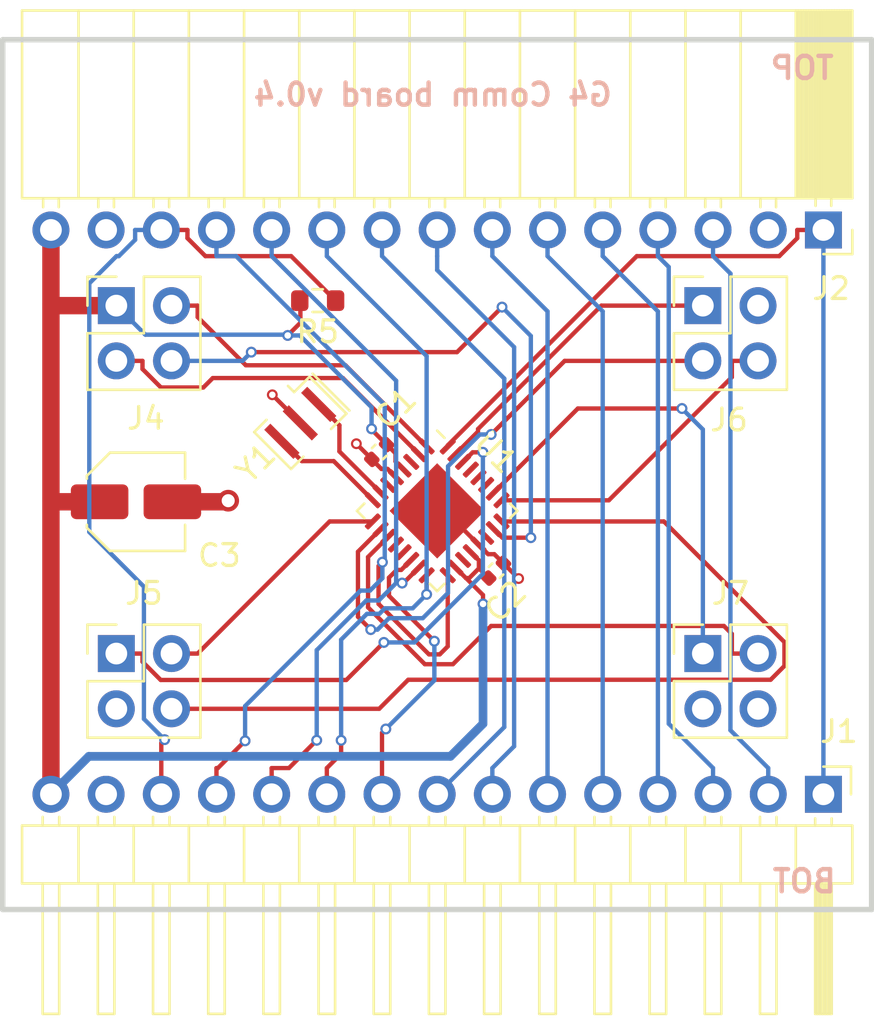
<source format=kicad_pcb>
(kicad_pcb (version 20221018) (generator pcbnew)
  (layers (0 "F.Cu" signal) (1 "In1.Cu" signal) (2 "In2.Cu" signal) (31 "B.Cu" signal) (34 "B.Paste" user) (35 "F.Paste" user) (36 "B.SilkS" user "B.Silkscreen") (37 "F.SilkS" user "F.Silkscreen") (38 "B.Mask" user) (39 "F.Mask" user) (44 "Edge.Cuts" user))
  (net 0 "")
  (net 1 "+5V")
  (net 2 "/B0_CS0")
  (net 3 "/B0_CS1")
  (net 4 "/B0_CS2")
  (net 5 "/B0_CS3")
  (net 6 "/B0_CS4")
  (net 7 "/B0_CS5")
  (net 8 "/B0_CS6")
  (net 9 "/B0_CS7")
  (net 10 "/B0_MISO")
  (net 11 "/B0_MOSI")
  (net 12 "/B0_SCK")
  (net 13 "/B1_CS0")
  (net 14 "/B1_CS1")
  (net 15 "/B1_CS2")
  (net 16 "/B1_CS3")
  (net 17 "/B1_MISO")
  (net 18 "/B1_MOSI")
  (net 19 "/B1_SCK")
  (net 20 "/EXT_INT0")
  (net 21 "/RESET_DRV0")
  (net 22 "/RESET_DRV1")
  (net 23 "/RESET_DRV2")
  (net 24 "/RESET_DRV3")
  (net 25 "/RESET_MSTR")
  (net 26 "/XTAL1")
  (net 27 "/XTAL2")
  (net 28 "GND")
  (footprint "Connector_PinSocket_2.54mm:PinSocket_2x02_P2.54mm_Vertical" (layer "F.Cu") (at 57.77 62.23)
    (fp_text reference "J4" (at -1.1788 5.1816) (layer "F.SilkS"))
    (fp_text value "2x2 socket")
    (pad "1" thru_hole rect (at -2.54 0) (size 1.7 1.7) (drill 1) (layers "*.Cu" "*.Mask") (net 1 "+5V"))
    (pad "2" thru_hole oval (at 0 0) (size 1.7 1.7) (drill 1) (layers "*.Cu" "*.Mask") (net 13 "/B1_CS0"))
    (pad "3" thru_hole oval (at -2.54 2.54) (size 1.7 1.7) (drill 1) (layers "*.Cu" "*.Mask") (net 19 "/B1_SCK"))
    (pad "4" thru_hole oval (at 0 2.54) (size 1.7 1.7) (drill 1) (layers "*.Cu" "*.Mask") (net 21 "/RESET_DRV0"))
  )
  (footprint "Connector_PinSocket_2.54mm:PinSocket_2x02_P2.54mm_Vertical" (layer "F.Cu") (at 84.77 62.23)
    (fp_text reference "J6" (at -1.331 5.2578) (layer "F.SilkS"))
    (fp_text value "2x2 socket")
    (pad "1" thru_hole rect (at -2.54 0) (size 1.7 1.7) (drill 1) (layers "*.Cu" "*.Mask") (net 18 "/B1_MOSI"))
    (pad "2" thru_hole oval (at 0 0) (size 1.7 1.7) (drill 1) (layers "*.Cu" "*.Mask"))
    (pad "3" thru_hole oval (at -2.54 2.54) (size 1.7 1.7) (drill 1) (layers "*.Cu" "*.Mask") (net 15 "/B1_CS2"))
    (pad "4" thru_hole oval (at 0 2.54) (size 1.7 1.7) (drill 1) (layers "*.Cu" "*.Mask") (net 23 "/RESET_DRV2"))
  )
  (footprint "Connector_PinSocket_2.54mm:PinSocket_2x02_P2.54mm_Vertical" (layer "F.Cu") (at 57.77 78.23)
    (fp_text reference "J5" (at -1.27 -2.77) (layer "F.SilkS"))
    (fp_text value "2x2 socket")
    (pad "1" thru_hole rect (at -2.54 0) (size 1.7 1.7) (drill 1) (layers "*.Cu" "*.Mask") (net 17 "/B1_MISO"))
    (pad "2" thru_hole oval (at 0 0) (size 1.7 1.7) (drill 1) (layers "*.Cu" "*.Mask") (net 14 "/B1_CS1"))
    (pad "3" thru_hole oval (at -2.54 2.54) (size 1.7 1.7) (drill 1) (layers "*.Cu" "*.Mask"))
    (pad "4" thru_hole oval (at 0 2.54) (size 1.7 1.7) (drill 1) (layers "*.Cu" "*.Mask") (net 22 "/RESET_DRV1"))
  )
  (footprint "Connector_PinSocket_2.54mm:PinSocket_2x02_P2.54mm_Vertical" (layer "F.Cu") (at 84.77 78.23)
    (fp_text reference "J7" (at -1.27 -2.77) (layer "F.SilkS"))
    (fp_text value "2x2 socket")
    (pad "1" thru_hole rect (at -2.54 0) (size 1.7 1.7) (drill 1) (layers "*.Cu" "*.Mask") (net 24 "/RESET_DRV3"))
    (pad "2" thru_hole oval (at 0 0) (size 1.7 1.7) (drill 1) (layers "*.Cu" "*.Mask") (net 16 "/B1_CS3"))
    (pad "3" thru_hole oval (at -2.54 2.54) (size 1.7 1.7) (drill 1) (layers "*.Cu" "*.Mask") (net 28 "GND"))
    (pad "4" thru_hole oval (at 0 2.54) (size 1.7 1.7) (drill 1) (layers "*.Cu" "*.Mask"))
  )
  (footprint "Resistor_SMD:R_0603_1608Metric" (layer "F.Cu") (at 64.5 62 180)
    (fp_text reference "R5" (at 0 -1.43) (layer "F.SilkS"))
    (fp_text value "4.7k")
    (pad "1" smd roundrect (at -0.825 0 180) (size 0.8 0.95) (layers "F.Cu" "F.Paste" "F.Mask") (net 25 "/RESET_MSTR"))
    (pad "2" smd roundrect (at 0.825 0 180) (size 0.8 0.95) (layers "F.Cu" "F.Paste" "F.Mask") (net 1 "+5V"))
  )
  (footprint "Connector_PinHeader_2.54mm:PinHeader_1x15_P2.54mm_Horizontal" (layer "F.Cu") (at 87.78 84.7 -90)
    (fp_text reference "J1" (at -2.8866 -0.7136) (layer "F.SilkS"))
    (fp_text value "1x15 header")
    (pad "1" thru_hole rect (at 0 0 270) (size 1.7 1.7) (drill 1) (layers "*.Cu" "*.Mask") (net 20 "/EXT_INT0"))
    (pad "2" thru_hole oval (at 0 2.54 270) (size 1.7 1.7) (drill 1) (layers "*.Cu" "*.Mask") (net 9 "/B0_CS7"))
    (pad "3" thru_hole oval (at 0 5.08 270) (size 1.7 1.7) (drill 1) (layers "*.Cu" "*.Mask") (net 8 "/B0_CS6"))
    (pad "4" thru_hole oval (at 0 7.62 270) (size 1.7 1.7) (drill 1) (layers "*.Cu" "*.Mask") (net 7 "/B0_CS5"))
    (pad "5" thru_hole oval (at 0 10.16 270) (size 1.7 1.7) (drill 1) (layers "*.Cu" "*.Mask") (net 6 "/B0_CS4"))
    (pad "6" thru_hole oval (at 0 12.7 270) (size 1.7 1.7) (drill 1) (layers "*.Cu" "*.Mask") (net 5 "/B0_CS3"))
    (pad "7" thru_hole oval (at 0 15.24 270) (size 1.7 1.7) (drill 1) (layers "*.Cu" "*.Mask") (net 4 "/B0_CS2"))
    (pad "8" thru_hole oval (at 0 17.78 270) (size 1.7 1.7) (drill 1) (layers "*.Cu" "*.Mask") (net 3 "/B0_CS1"))
    (pad "9" thru_hole oval (at 0 20.32 270) (size 1.7 1.7) (drill 1) (layers "*.Cu" "*.Mask") (net 2 "/B0_CS0"))
    (pad "10" thru_hole oval (at 0 22.86 270) (size 1.7 1.7) (drill 1) (layers "*.Cu" "*.Mask") (net 10 "/B0_MISO"))
    (pad "11" thru_hole oval (at 0 25.4 270) (size 1.7 1.7) (drill 1) (layers "*.Cu" "*.Mask") (net 11 "/B0_MOSI"))
    (pad "12" thru_hole oval (at 0 27.94 270) (size 1.7 1.7) (drill 1) (layers "*.Cu" "*.Mask") (net 12 "/B0_SCK"))
    (pad "13" thru_hole oval (at 0 30.48 270) (size 1.7 1.7) (drill 1) (layers "*.Cu" "*.Mask") (net 25 "/RESET_MSTR"))
    (pad "14" thru_hole oval (at 0 33.02 270) (size 1.7 1.7) (drill 1) (layers "*.Cu" "*.Mask") (net 28 "GND"))
    (pad "15" thru_hole oval (at 0 35.56 270) (size 1.7 1.7) (drill 1) (layers "*.Cu" "*.Mask") (net 1 "+5V"))
  )
  (footprint "Capacitor_SMD:C_0402_1005Metric" (layer "F.Cu") (at 72.7106 74.4194 45)
    (fp_text reference "C2" (at -0.693798 1.315219 45) (layer "F.SilkS"))
    (fp_text value "1uF")
    (pad "1" smd roundrect (at -0.48 0 45) (size 0.56 0.62) (layers "F.Cu" "F.Paste" "F.Mask") (net 1 "+5V"))
    (pad "2" smd roundrect (at 0.48 0 45) (size 0.56 0.62) (layers "F.Cu" "F.Paste" "F.Mask") (net 28 "GND"))
  )
  (footprint "Connector_PinSocket_2.54mm:PinSocket_1x15_P2.54mm_Horizontal" (layer "F.Cu") (at 87.78 58.75 -90)
    (fp_text reference "J2" (at 2.6926 -0.358 -180) (layer "F.SilkS"))
    (fp_text value "1x15 socket")
    (pad "1" thru_hole rect (at 0 0 270) (size 1.7 1.7) (drill 1) (layers "*.Cu" "*.Mask") (net 20 "/EXT_INT0"))
    (pad "2" thru_hole oval (at 0 2.54 270) (size 1.7 1.7) (drill 1) (layers "*.Cu" "*.Mask"))
    (pad "3" thru_hole oval (at 0 5.08 270) (size 1.7 1.7) (drill 1) (layers "*.Cu" "*.Mask") (net 9 "/B0_CS7"))
    (pad "4" thru_hole oval (at 0 7.62 270) (size 1.7 1.7) (drill 1) (layers "*.Cu" "*.Mask") (net 8 "/B0_CS6"))
    (pad "5" thru_hole oval (at 0 10.16 270) (size 1.7 1.7) (drill 1) (layers "*.Cu" "*.Mask") (net 7 "/B0_CS5"))
    (pad "6" thru_hole oval (at 0 12.7 270) (size 1.7 1.7) (drill 1) (layers "*.Cu" "*.Mask") (net 6 "/B0_CS4"))
    (pad "7" thru_hole oval (at 0 15.24 270) (size 1.7 1.7) (drill 1) (layers "*.Cu" "*.Mask") (net 5 "/B0_CS3"))
    (pad "8" thru_hole oval (at 0 17.78 270) (size 1.7 1.7) (drill 1) (layers "*.Cu" "*.Mask") (net 4 "/B0_CS2"))
    (pad "9" thru_hole oval (at 0 20.32 270) (size 1.7 1.7) (drill 1) (layers "*.Cu" "*.Mask") (net 3 "/B0_CS1"))
    (pad "10" thru_hole oval (at 0 22.86 270) (size 1.7 1.7) (drill 1) (layers "*.Cu" "*.Mask") (net 10 "/B0_MISO"))
    (pad "11" thru_hole oval (at 0 25.4 270) (size 1.7 1.7) (drill 1) (layers "*.Cu" "*.Mask") (net 11 "/B0_MOSI"))
    (pad "12" thru_hole oval (at 0 27.94 270) (size 1.7 1.7) (drill 1) (layers "*.Cu" "*.Mask") (net 12 "/B0_SCK"))
    (pad "13" thru_hole oval (at 0 30.48 270) (size 1.7 1.7) (drill 1) (layers "*.Cu" "*.Mask") (net 25 "/RESET_MSTR"))
    (pad "14" thru_hole oval (at 0 33.02 270) (size 1.7 1.7) (drill 1) (layers "*.Cu" "*.Mask") (net 28 "GND"))
    (pad "15" thru_hole oval (at 0 35.56 270) (size 1.7 1.7) (drill 1) (layers "*.Cu" "*.Mask") (net 1 "+5V"))
  )
  (footprint "Package_DFN_QFN:QFN-32-1EP_5x5mm_P0.5mm_EP3.1x3.1mm" (layer "F.Cu") (at 70 71.6683 -45)
    (fp_text reference "U1" (at 0 -3.82 135) (layer "F.SilkS"))
    (fp_text value "ATmega328PB-M")
    (pad "1" smd roundrect (at -2.4375 -1.75 315) (size 0.875 0.25) (layers "F.Cu" "F.Paste" "F.Mask") (net 13 "/B1_CS0"))
    (pad "2" smd roundrect (at -2.4375 -1.25 315) (size 0.875 0.25) (layers "F.Cu" "F.Paste" "F.Mask") (net 19 "/B1_SCK"))
    (pad "3" smd roundrect (at -2.4375 -0.75 315) (size 0.875 0.25) (layers "F.Cu" "F.Paste" "F.Mask"))
    (pad "4" smd roundrect (at -2.4375 -0.25 315) (size 0.875 0.25) (layers "F.Cu" "F.Paste" "F.Mask") (net 1 "+5V"))
    (pad "5" smd roundrect (at -2.4375 0.25 315) (size 0.875 0.25) (layers "F.Cu" "F.Paste" "F.Mask") (net 28 "GND"))
    (pad "6" smd roundrect (at -2.4375 0.75 315) (size 0.875 0.25) (layers "F.Cu" "F.Paste" "F.Mask"))
    (pad "7" smd roundrect (at -2.4375 1.25 315) (size 0.875 0.25) (layers "F.Cu" "F.Paste" "F.Mask") (net 26 "/XTAL1"))
    (pad "8" smd roundrect (at -2.4375 1.75 315) (size 0.875 0.25) (layers "F.Cu" "F.Paste" "F.Mask") (net 27 "/XTAL2"))
    (pad "9" smd roundrect (at -1.75 2.4375 315) (size 0.25 0.875) (layers "F.Cu" "F.Paste" "F.Mask") (net 14 "/B1_CS1"))
    (pad "10" smd roundrect (at -1.25 2.4375 315) (size 0.25 0.875) (layers "F.Cu" "F.Paste" "F.Mask") (net 15 "/B1_CS2"))
    (pad "11" smd roundrect (at -0.75 2.4375 315) (size 0.25 0.875) (layers "F.Cu" "F.Paste" "F.Mask") (net 16 "/B1_CS3"))
    (pad "12" smd roundrect (at -0.25 2.4375 315) (size 0.25 0.875) (layers "F.Cu" "F.Paste" "F.Mask"))
    (pad "13" smd roundrect (at 0.25 2.4375 315) (size 0.25 0.875) (layers "F.Cu" "F.Paste" "F.Mask"))
    (pad "14" smd roundrect (at 0.75 2.4375 315) (size 0.25 0.875) (layers "F.Cu" "F.Paste" "F.Mask") (net 2 "/B0_CS0"))
    (pad "15" smd roundrect (at 1.25 2.4375 315) (size 0.25 0.875) (layers "F.Cu" "F.Paste" "F.Mask") (net 11 "/B0_MOSI"))
    (pad "16" smd roundrect (at 1.75 2.4375 315) (size 0.25 0.875) (layers "F.Cu" "F.Paste" "F.Mask") (net 10 "/B0_MISO"))
    (pad "17" smd roundrect (at 2.4375 1.75 315) (size 0.875 0.25) (layers "F.Cu" "F.Paste" "F.Mask") (net 12 "/B0_SCK"))
    (pad "18" smd roundrect (at 2.4375 1.25 315) (size 0.875 0.25) (layers "F.Cu" "F.Paste" "F.Mask") (net 1 "+5V"))
    (pad "19" smd roundrect (at 2.4375 0.75 315) (size 0.875 0.25) (layers "F.Cu" "F.Paste" "F.Mask"))
    (pad "20" smd roundrect (at 2.4375 0.25 315) (size 0.875 0.25) (layers "F.Cu" "F.Paste" "F.Mask") (net 1 "+5V"))
    (pad "21" smd roundrect (at 2.4375 -0.25 315) (size 0.875 0.25) (layers "F.Cu" "F.Paste" "F.Mask") (net 28 "GND"))
    (pad "22" smd roundrect (at 2.4375 -0.75 315) (size 0.875 0.25) (layers "F.Cu" "F.Paste" "F.Mask"))
    (pad "23" smd roundrect (at 2.4375 -1.25 315) (size 0.875 0.25) (layers "F.Cu" "F.Paste" "F.Mask") (net 21 "/RESET_DRV0"))
    (pad "24" smd roundrect (at 2.4375 -1.75 315) (size 0.875 0.25) (layers "F.Cu" "F.Paste" "F.Mask") (net 22 "/RESET_DRV1"))
    (pad "25" smd roundrect (at 1.75 -2.4375 315) (size 0.25 0.875) (layers "F.Cu" "F.Paste" "F.Mask") (net 23 "/RESET_DRV2"))
    (pad "26" smd roundrect (at 1.25 -2.4375 315) (size 0.25 0.875) (layers "F.Cu" "F.Paste" "F.Mask") (net 24 "/RESET_DRV3"))
    (pad "27" smd roundrect (at 0.75 -2.4375 315) (size 0.25 0.875) (layers "F.Cu" "F.Paste" "F.Mask"))
    (pad "28" smd roundrect (at 0.25 -2.4375 315) (size 0.25 0.875) (layers "F.Cu" "F.Paste" "F.Mask"))
    (pad "29" smd roundrect (at -0.25 -2.4375 315) (size 0.25 0.875) (layers "F.Cu" "F.Paste" "F.Mask") (net 25 "/RESET_MSTR"))
    (pad "30" smd roundrect (at -0.75 -2.4375 315) (size 0.25 0.875) (layers "F.Cu" "F.Paste" "F.Mask") (net 17 "/B1_MISO"))
    (pad "31" smd roundrect (at -1.25 -2.4375 315) (size 0.25 0.875) (layers "F.Cu" "F.Paste" "F.Mask") (net 18 "/B1_MOSI"))
    (pad "32" smd roundrect (at -1.75 -2.4375 315) (size 0.25 0.875) (layers "F.Cu" "F.Paste" "F.Mask") (net 20 "/EXT_INT0"))
    (pad "33" smd rect (at 0 0 315) (size 3.1 3.1) (layers "F.Cu" "F.Mask") (net 28 "GND"))
  )
  (footprint "Capacitor_SMD:C_0402_1005Metric" (layer "F.Cu") (at 67.3306 68.96 -135)
    (fp_text reference "C1" (at -1.945958 0.882469 45) (layer "F.SilkS"))
    (fp_text value "1uF")
    (pad "1" smd roundrect (at -0.48 0 225) (size 0.56 0.62) (layers "F.Cu" "F.Paste" "F.Mask") (net 1 "+5V"))
    (pad "2" smd roundrect (at 0.48 0 225) (size 0.56 0.62) (layers "F.Cu" "F.Paste" "F.Mask") (net 28 "GND"))
  )
  (footprint "Crystal:Resonator_SMD_Murata_CSTxExxV-3Pin_3.0x1.1mm" (layer "F.Cu") (at 63.6993 67.6207 -135)
    (fp_text reference "Y1" (at 2.759798 0.141421 45) (layer "F.SilkS"))
    (fp_text value "20MHz")
    (pad "1" smd rect (at -1.2 0 225) (size 0.4 1.9) (layers "F.Cu" "F.Paste" "F.Mask") (net 26 "/XTAL1"))
    (pad "2" smd rect (at 0 0 225) (size 0.4 1.9) (layers "F.Cu" "F.Paste" "F.Mask") (net 28 "GND"))
    (pad "3" smd rect (at 1.2 0 225) (size 0.4 1.9) (layers "F.Cu" "F.Paste" "F.Mask") (net 27 "/XTAL2"))
  )
  (footprint "Capacitor_SMD:C_Elec_4x5.4" (layer "F.Cu") (at 56.135 71.25)
    (fp_text reference "C3" (at 3.835 2.47) (layer "F.SilkS"))
    (fp_text value "22uF")
    (pad "1" smd roundrect (at -1.675 0) (size 2.65 1.6) (layers "F.Cu" "F.Paste" "F.Mask") (roundrect_rratio 0.15625) (net 1 "+5V"))
    (pad "2" smd roundrect (at 1.675 0) (size 2.65 1.6) (layers "F.Cu" "F.Paste" "F.Mask") (roundrect_rratio 0.15625) (net 28 "GND"))
  )
  (gr_line (start 90 90) (end 90 50) (stroke (width 0.25)) (layer "Edge.Cuts"))
  (gr_line (start 90 50) (end 50 50) (stroke (width 0.25)) (layer "Edge.Cuts"))
  (gr_line (start 50 50) (end 50 90) (stroke (width 0.25)) (layer "Edge.Cuts"))
  (gr_line (start 50 90) (end 90 90) (stroke (width 0.25)) (layer "Edge.Cuts"))
  (gr_text "BOT" (at 86.9 88.7) (layer "B.SilkS") (effects (font (size 1.016 1.016) (thickness 0.2032)) (justify mirror)))
  (gr_text "G4 Comm board v0.4" (at 69.7992 52.5272) (layer "B.SilkS") (effects (font (size 1.016 1.016) (thickness 0.2032)) (justify mirror)))
  (gr_text "TOP" (at 86.8 51.3) (layer "B.SilkS") (effects (font (size 1.016 1.016) (thickness 0.2032)) (justify mirror)))
  (segment (start 66.9798 67.9304) (end 67.67 68.6206) (width 0.2) (layer "F.Cu") (net 1))
  (segment (start 71.3298 74.7588) (end 71.476 74.7588) (width 0.2) (layer "F.Cu") (net 1))
  (segment (start 71.9191 74.3067) (end 72.3712 74.7588) (width 0.2) (layer "F.Cu") (net 1))
  (segment (start 71.9191 74.3157) (end 71.9191 74.3067) (width 0.2) (layer "F.Cu") (net 1))
  (segment (start 71.476 74.7588) (end 71.9191 74.3157) (width 0.2) (layer "F.Cu") (net 1))
  (segment (start 68.0809 69.3957) (end 68.4532 69.768) (width 0.2) (layer "F.Cu") (net 1))
  (segment (start 68.22 69.53) (end 68.4532 69.7632) (width 0.2) (layer "F.Cu") (net 1))
  (segment (start 71.3227 74.7588) (end 70.8397 74.2758) (width 0.2) (layer "F.Cu") (net 1))
  (segment (start 63.7032 62.0282) (end 63.675 62) (width 0.2) (layer "F.Cu") (net 1))
  (segment (start 52.34 71.25) (end 52.22 71.13) (width 0.2) (layer "F.Cu") (net 1))
  (segment (start 68.4532 69.7632) (end 68.4532 69.768) (width 0.2) (layer "F.Cu") (net 1))
  (segment (start 52.22 84.7) (end 52.22 71.13) (width 0.8) (layer "F.Cu") (net 1))
  (segment (start 55.23 62.23) (end 52.23 62.23) (width 0.8) (layer "F.Cu") (net 1))
  (segment (start 72.1106 75.5396) (end 72.1106 75.946) (width 0.2) (layer "F.Cu") (net 1))
  (segment (start 71.9191 73.941) (end 71.9191 74.3067) (width 0.2) (layer "F.Cu") (net 1))
  (segment (start 71.3227 74.7588) (end 71.3298 74.7588) (width 0.2) (layer "F.Cu") (net 1))
  (segment (start 71.5468 73.5686) (end 71.5468 73.5687) (width 0.2) (layer "F.Cu") (net 1))
  (segment (start 52.23 62.23) (end 52.22 62.22) (width 0.2) (layer "F.Cu") (net 1))
  (segment (start 66.9798 67.8942) (end 66.9798 67.9304) (width 0.2) (layer "F.Cu") (net 1))
  (segment (start 68.0809 69.0209) (end 68.0809 69.3957) (width 0.2) (layer "F.Cu") (net 1))
  (segment (start 54.46 71.25) (end 52.34 71.25) (width 0.8) (layer "F.Cu") (net 1))
  (segment (start 71.3227 74.7588) (end 71.3298 74.7588) (width 0.2) (layer "F.Cu") (net 1))
  (segment (start 71.3298 74.7588) (end 72.1106 75.5396) (width 0.2) (layer "F.Cu") (net 1))
  (segment (start 52.22 71.13) (end 52.22 62.22) (width 0.8) (layer "F.Cu") (net 1))
  (segment (start 52.22 62.22) (end 52.22 58.75) (width 0.8) (layer "F.Cu") (net 1))
  (segment (start 71.5468 73.5687) (end 71.9191 73.941) (width 0.2) (layer "F.Cu") (net 1))
  (segment (start 63.119 63.6016) (end 63.7032 63.0174) (width 0.2) (layer "F.Cu") (net 1))
  (segment (start 67.67 68.6206) (end 67.6806 68.6206) (width 0.2) (layer "F.Cu") (net 1))
  (segment (start 63.7032 63.0174) (end 63.7032 62.0282) (width 0.2) (layer "F.Cu") (net 1))
  (segment (start 67.6806 68.6206) (end 68.0809 69.0209) (width 0.2) (layer "F.Cu") (net 1))
  (via (at 72.1106 75.946) (size 0.5) (drill 0.3) (layers "F.Cu" "B.Cu") (net 1))
  (via (at 66.9798 67.8942) (size 0.5) (drill 0.3) (layers "F.Cu" "B.Cu") (net 1))
  (via (at 63.119 63.6016) (size 0.5) (drill 0.3) (layers "F.Cu" "B.Cu") (net 1))
  (segment (start 53.9636 82.9564) (end 52.22 84.7) (width 0.4) (layer "B.Cu") (net 1))
  (segment (start 63.119 63.6016) (end 63.6778 63.6016) (width 0.2) (layer "B.Cu") (net 1))
  (segment (start 72.1106 75.946) (end 72.1106 81.4578) (width 0.4) (layer "B.Cu") (net 1))
  (segment (start 55.23 62.23) (end 56.566 63.566) (width 0.2) (layer "B.Cu") (net 1))
  (segment (start 66.9798 66.9036) (end 66.9798 67.8942) (width 0.2) (layer "B.Cu") (net 1))
  (segment (start 63.6778 63.6016) (end 66.9798 66.9036) (width 0.2) (layer "B.Cu") (net 1))
  (segment (start 56.566 63.566) (end 63.0834 63.566) (width 0.2) (layer "B.Cu") (net 1))
  (segment (start 63.0834 63.566) (end 63.119 63.6016) (width 0.2) (layer "B.Cu") (net 1))
  (segment (start 70.612 82.9564) (end 53.9636 82.9564) (width 0.4) (layer "B.Cu") (net 1))
  (segment (start 72.1106 81.4578) (end 70.612 82.9564) (width 0.4) (layer "B.Cu") (net 1))
  (segment (start 67.7818 75.5733) (end 69.8705 77.662) (width 0.2) (layer "F.Cu") (net 2))
  (segment (start 67.7818 74.7381) (end 67.7818 75.5733) (width 0.2) (layer "F.Cu") (net 2))
  (segment (start 67.46 84.7) (end 67.46 81.8746) (width 0.2) (layer "F.Cu") (net 2))
  (segment (start 68.1357 74.3842) (end 67.7818 74.7381) (width 0.2) (layer "F.Cu") (net 2))
  (segment (start 68.3448 74.3842) (end 68.1357 74.3842) (width 0.2) (layer "F.Cu") (net 2))
  (segment (start 67.46 81.8746) (end 67.636 81.6986) (width 0.2) (layer "F.Cu") (net 2))
  (segment (start 68.8068 73.9222) (end 68.3448 74.3842) (width 0.2) (layer "F.Cu") (net 2))
  (via (at 69.8705 77.662) (size 0.5) (drill 0.3) (layers "F.Cu" "B.Cu") (net 2))
  (via (at 67.636 81.6986) (size 0.5) (drill 0.3) (layers "F.Cu" "B.Cu") (net 2))
  (segment (start 69.8705 79.4641) (end 69.8705 77.662) (width 0.2) (layer "B.Cu") (net 2))
  (segment (start 67.636 81.6986) (end 69.8705 79.4641) (width 0.2) (layer "B.Cu") (net 2))
  (segment (start 73.0884 65.5825) (end 67.46 59.9541) (width 0.2) (layer "B.Cu") (net 3))
  (segment (start 67.46 58.75) (end 67.46 59.9541) (width 0.2) (layer "B.Cu") (net 3))
  (segment (start 73.0884 81.6116) (end 73.0884 65.5825) (width 0.2) (layer "B.Cu") (net 3))
  (segment (start 70 84.7) (end 73.0884 81.6116) (width 0.2) (layer "B.Cu") (net 3))
  (segment (start 70 60.5962) (end 73.5425 64.1387) (width 0.2) (layer "B.Cu") (net 4))
  (segment (start 72.54 84.7) (end 72.54 83.4959) (width 0.2) (layer "B.Cu") (net 4))
  (segment (start 73.5425 82.4934) (end 72.54 83.4959) (width 0.2) (layer "B.Cu") (net 4))
  (segment (start 73.5425 64.1387) (end 73.5425 82.4934) (width 0.2) (layer "B.Cu") (net 4))
  (segment (start 70 58.75) (end 70 59.9541) (width 0.2) (layer "B.Cu") (net 4))
  (segment (start 70 59.9541) (end 70 60.5962) (width 0.2) (layer "B.Cu") (net 4))
  (segment (start 72.54 59.9541) (end 75.08 62.4941) (width 0.2) (layer "B.Cu") (net 5))
  (segment (start 75.08 62.4941) (end 75.08 84.7) (width 0.2) (layer "B.Cu") (net 5))
  (segment (start 72.54 58.75) (end 72.54 59.9541) (width 0.2) (layer "B.Cu") (net 5))
  (segment (start 75.08 58.75) (end 75.08 59.9541) (width 0.2) (layer "B.Cu") (net 6))
  (segment (start 75.08 59.9541) (end 77.62 62.4941) (width 0.2) (layer "B.Cu") (net 6))
  (segment (start 77.62 62.4941) (end 77.62 84.7) (width 0.2) (layer "B.Cu") (net 6))
  (segment (start 77.62 58.75) (end 77.62 59.9541) (width 0.2) (layer "B.Cu") (net 7))
  (segment (start 77.62 59.9541) (end 80.16 62.4941) (width 0.2) (layer "B.Cu") (net 7))
  (segment (start 80.16 62.4941) (end 80.16 84.7) (width 0.2) (layer "B.Cu") (net 7))
  (segment (start 80.16 58.75) (end 80.16 59.9541) (width 0.2) (layer "B.Cu") (net 8))
  (segment (start 82.7 84.7) (end 82.7 83.4959) (width 0.2) (layer "B.Cu") (net 8))
  (segment (start 80.6591 60.4532) (end 80.6591 81.455) (width 0.2) (layer "B.Cu") (net 8))
  (segment (start 80.16 59.9541) (end 80.6591 60.4532) (width 0.2) (layer "B.Cu") (net 8))
  (segment (start 80.6591 81.455) (end 82.7 83.4959) (width 0.2) (layer "B.Cu") (net 8))
  (segment (start 82.7 58.75) (end 82.7 59.9541) (width 0.2) (layer "B.Cu") (net 9))
  (segment (start 82.7 59.9541) (end 83.5 60.7541) (width 0.2) (layer "B.Cu") (net 9))
  (segment (start 83.5 60.7541) (end 83.5 81.7559) (width 0.2) (layer "B.Cu") (net 9))
  (segment (start 83.5 81.7559) (end 85.24 83.4959) (width 0.2) (layer "B.Cu") (net 9))
  (segment (start 85.24 84.7) (end 85.24 83.4959) (width 0.2) (layer "B.Cu") (net 9))
  (segment (start 69.5139 74.6293) (end 69.5139 75.5061) (width 0.2) (layer "F.Cu") (net 10))
  (segment (start 65.579 82.8369) (end 64.92 83.4959) (width 0.2) (layer "F.Cu") (net 10))
  (segment (start 69.5139 75.5061) (end 69.5138 75.5061) (width 0.2) (layer "F.Cu") (net 10))
  (segment (start 65.579 82.2182) (end 65.579 82.8369) (width 0.2) (layer "F.Cu") (net 10))
  (segment (start 64.92 84.7) (end 64.92 83.4959) (width 0.2) (layer "F.Cu") (net 10))
  (via (at 65.579 82.2182) (size 0.5) (drill 0.3) (layers "F.Cu" "B.Cu") (net 10))
  (via (at 69.5138 75.5061) (size 0.5) (drill 0.3) (layers "F.Cu" "B.Cu") (net 10))
  (segment (start 67.5917 76.1496) (end 67.3389 76.4024) (width 0.2) (layer "B.Cu") (net 10))
  (segment (start 67.3389 76.4024) (end 66.7671 76.4024) (width 0.2) (layer "B.Cu") (net 10))
  (segment (start 64.92 59.9541) (end 69.5138 64.5479) (width 0.2) (layer "B.Cu") (net 10))
  (segment (start 65.579 77.5905) (end 65.579 82.2182) (width 0.2) (layer "B.Cu") (net 10))
  (segment (start 68.8703 76.1496) (end 67.5917 76.1496) (width 0.2) (layer "B.Cu") (net 10))
  (segment (start 69.5138 75.5061) (end 68.8703 76.1496) (width 0.2) (layer "B.Cu") (net 10))
  (segment (start 69.5138 64.5479) (end 69.5138 75.5061) (width 0.2) (layer "B.Cu") (net 10))
  (segment (start 66.7671 76.4024) (end 65.579 77.5905) (width 0.2) (layer "B.Cu") (net 10))
  (segment (start 64.92 58.75) (end 64.92 59.9541) (width 0.2) (layer "B.Cu") (net 10))
  (segment (start 68.4478 74.9883) (end 68.3859 74.9883) (width 0.2) (layer "F.Cu") (net 11))
  (segment (start 62.38 84.7) (end 62.38 83.4959) (width 0.2) (layer "F.Cu") (net 11))
  (segment (start 63.1747 83.4959) (end 64.4544 82.2162) (width 0.2) (layer "F.Cu") (net 11))
  (segment (start 62.38 83.4959) (end 63.1747 83.4959) (width 0.2) (layer "F.Cu") (net 11))
  (segment (start 69.1603 74.2758) (end 68.4478 74.9883) (width 0.2) (layer "F.Cu") (net 11))
  (via (at 68.3859 74.9883) (size 0.5) (drill 0.3) (layers "F.Cu" "B.Cu") (net 11))
  (via (at 64.4544 82.2162) (size 0.5) (drill 0.3) (layers "F.Cu" "B.Cu") (net 11))
  (segment (start 68.1107 74.9883) (end 68.3859 74.9883) (width 0.2) (layer "B.Cu") (net 11))
  (segment (start 68.1107 65.6848) (end 68.1107 74.9883) (width 0.2) (layer "B.Cu") (net 11))
  (segment (start 67.3111 75.7879) (end 66.7394 75.7879) (width 0.2) (layer "B.Cu") (net 11))
  (segment (start 62.38 59.9541) (end 68.1107 65.6848) (width 0.2) (layer "B.Cu") (net 11))
  (segment (start 64.4544 78.0729) (end 64.4544 82.2162) (width 0.2) (layer "B.Cu") (net 11))
  (segment (start 68.1107 74.9883) (end 67.3111 75.7879) (width 0.2) (layer "B.Cu") (net 11))
  (segment (start 62.38 58.75) (end 62.38 59.9541) (width 0.2) (layer "B.Cu") (net 11))
  (segment (start 66.7394 75.7879) (end 64.4544 78.0729) (width 0.2) (layer "B.Cu") (net 11))
  (segment (start 67.301 74.2046) (end 67.301 75.9468) (width 0.2) (layer "F.Cu") (net 12))
  (segment (start 59.84 84.7) (end 59.84 83.4959) (width 0.2) (layer "F.Cu") (net 12))
  (segment (start 59.9056 83.4959) (end 61.1581 82.2434) (width 0.2) (layer "F.Cu") (net 12))
  (segment (start 67.4779 74.0277) (end 67.301 74.2046) (width 0.2) (layer "F.Cu") (net 12))
  (segment (start 59.84 83.4959) (end 59.9056 83.4959) (width 0.2) (layer "F.Cu") (net 12))
  (segment (start 70.1208 78.2661) (end 70.4861 77.9008) (width 0.2) (layer "F.Cu") (net 12))
  (segment (start 69.6203 78.2661) (end 70.1208 78.2661) (width 0.2) (layer "F.Cu") (net 12))
  (segment (start 70.4861 77.9008) (end 70.4861 74.6293) (width 0.2) (layer "F.Cu") (net 12))
  (segment (start 67.301 75.9468) (end 69.6203 78.2661) (width 0.2) (layer "F.Cu") (net 12))
  (via (at 61.1581 82.2434) (size 0.5) (drill 0.3) (layers "F.Cu" "B.Cu") (net 12))
  (via (at 67.4779 74.0277) (size 0.5) (drill 0.3) (layers "F.Cu" "B.Cu") (net 12))
  (segment (start 67.4779 74.0277) (end 67.4779 74.7639) (width 0.2) (layer "B.Cu") (net 12))
  (segment (start 59.84 58.75) (end 59.84 59.9541) (width 0.2) (layer "B.Cu") (net 12))
  (segment (start 67.586 66.797) (end 67.586 73.9196) (width 0.2) (layer "B.Cu") (net 12))
  (segment (start 66.908 75.3338) (end 66.4707 75.3338) (width 0.2) (layer "B.Cu") (net 12))
  (segment (start 59.84 59.9541) (end 60.7431 59.9541) (width 0.2) (layer "B.Cu") (net 12))
  (segment (start 67.4779 74.7639) (end 66.908 75.3338) (width 0.2) (layer "B.Cu") (net 12))
  (segment (start 66.4707 75.3338) (end 61.1581 80.6464) (width 0.2) (layer "B.Cu") (net 12))
  (segment (start 67.586 73.9196) (end 67.4779 74.0277) (width 0.2) (layer "B.Cu") (net 12))
  (segment (start 60.7431 59.9541) (end 67.586 66.797) (width 0.2) (layer "B.Cu") (net 12))
  (segment (start 61.1581 80.6464) (end 61.1581 82.2434) (width 0.2) (layer "B.Cu") (net 12))
  (segment (start 61.1921 64.973) (end 65.7796 64.973) (width 0.2) (layer "F.Cu") (net 13))
  (segment (start 58.9741 62.755) (end 61.1921 64.973) (width 0.2) (layer "F.Cu") (net 13))
  (segment (start 58.9741 62.23) (end 58.9741 62.755) (width 0.2) (layer "F.Cu") (net 13))
  (segment (start 65.7796 64.973) (end 69.5139 68.7073) (width 0.2) (layer "F.Cu") (net 13))
  (segment (start 57.77 62.23) (end 58.9741 62.23) (width 0.2) (layer "F.Cu") (net 13))
  (segment (start 67.039 72.1544) (end 65.0497 72.1544) (width 0.2) (layer "F.Cu") (net 14))
  (segment (start 65.0497 72.1544) (end 58.9741 78.23) (width 0.2) (layer "F.Cu") (net 14))
  (segment (start 57.77 78.23) (end 58.9741 78.23) (width 0.2) (layer "F.Cu") (net 14))
  (segment (start 75.8692 64.77) (end 72.4843 68.1549) (width 0.2) (layer "F.Cu") (net 15))
  (segment (start 67.3925 72.508) (end 66.3533 73.5472) (width 0.2) (layer "F.Cu") (net 15))
  (segment (start 82.23 64.77) (end 75.8692 64.77) (width 0.2) (layer "F.Cu") (net 15))
  (segment (start 66.3533 73.5472) (end 66.3533 76.5377) (width 0.2) (layer "F.Cu") (net 15))
  (segment (start 66.3533 76.5377) (end 66.9427 77.1271) (width 0.2) (layer "F.Cu") (net 15))
  (via (at 66.9427 77.1271) (size 0.5) (drill 0.3) (layers "F.Cu" "B.Cu") (net 15))
  (via (at 72.4843 68.1549) (size 0.5) (drill 0.3) (layers "F.Cu" "B.Cu") (net 15))
  (segment (start 66.9427 77.1271) (end 67.2564 77.1271) (width 0.2) (layer "B.Cu") (net 15))
  (segment (start 70.5001 69.6156) (end 71.9608 68.1549) (width 0.2) (layer "B.Cu") (net 15))
  (segment (start 69.335 76.6037) (end 70.5001 75.4386) (width 0.2) (layer "B.Cu") (net 15))
  (segment (start 67.2564 77.1271) (end 67.7798 76.6037) (width 0.2) (layer "B.Cu") (net 15))
  (segment (start 67.7798 76.6037) (end 69.335 76.6037) (width 0.2) (layer "B.Cu") (net 15))
  (segment (start 70.5001 75.4386) (end 70.5001 69.6156) (width 0.2) (layer "B.Cu") (net 15))
  (segment (start 71.9608 68.1549) (end 72.4843 68.1549) (width 0.2) (layer "B.Cu") (net 15))
  (segment (start 84.77 78.23) (end 83.5659 78.23) (width 0.2) (layer "F.Cu") (net 16))
  (segment (start 83.5659 77.3269) (end 83.199 76.96) (width 0.2) (layer "F.Cu") (net 16))
  (segment (start 66.8185 76.1064) (end 66.8185 73.7891) (width 0.2) (layer "F.Cu") (net 16))
  (segment (start 69.4323 78.7202) (end 66.8185 76.1064) (width 0.2) (layer "F.Cu") (net 16))
  (segment (start 83.199 76.96) (end 72.485 76.96) (width 0.2) (layer "F.Cu") (net 16))
  (segment (start 72.485 76.96) (end 70.7248 78.7202) (width 0.2) (layer "F.Cu") (net 16))
  (segment (start 66.8185 73.7891) (end 67.7461 72.8615) (width 0.2) (layer "F.Cu") (net 16))
  (segment (start 70.7248 78.7202) (end 69.4323 78.7202) (width 0.2) (layer "F.Cu") (net 16))
  (segment (start 83.5659 78.23) (end 83.5659 77.3269) (width 0.2) (layer "F.Cu") (net 16))
  (segment (start 65.8197 79.4441) (end 67.5463 77.7175) (width 0.2) (layer "F.Cu") (net 17))
  (segment (start 56.4341 78.23) (end 56.4341 78.6063) (width 0.2) (layer "F.Cu") (net 17))
  (segment (start 56.4341 78.6063) (end 57.2719 79.4441) (width 0.2) (layer "F.Cu") (net 17))
  (segment (start 57.2719 79.4441) (end 65.8197 79.4441) (width 0.2) (layer "F.Cu") (net 17))
  (segment (start 55.23 78.23) (end 56.4341 78.23) (width 0.2) (layer "F.Cu") (net 17))
  (segment (start 71.6332 68.9744) (end 72.1042 68.9744) (width 0.2) (layer "F.Cu") (net 17))
  (segment (start 71.1932 69.4144) (end 71.6332 68.9744) (width 0.2) (layer "F.Cu") (net 17))
  (via (at 67.5463 77.7175) (size 0.5) (drill 0.3) (layers "F.Cu" "B.Cu") (net 17))
  (via (at 72.1042 68.9744) (size 0.5) (drill 0.3) (layers "F.Cu" "B.Cu") (net 17))
  (segment (start 72.1042 74.5634) (end 72.1042 68.9744) (width 0.2) (layer "B.Cu") (net 17))
  (segment (start 68.9501 77.7175) (end 72.1042 74.5634) (width 0.2) (layer "B.Cu") (net 17))
  (segment (start 67.5463 77.7175) (end 68.9501 77.7175) (width 0.2) (layer "B.Cu") (net 17))
  (segment (start 77.5549 62.23) (end 71.8802 67.9047) (width 0.2) (layer "F.Cu") (net 18))
  (segment (start 82.23 62.23) (end 77.5549 62.23) (width 0.2) (layer "F.Cu") (net 18))
  (segment (start 71.8802 68.0203) (end 70.8397 69.0608) (width 0.2) (layer "F.Cu") (net 18))
  (segment (start 71.8802 67.9047) (end 71.8802 68.0203) (width 0.2) (layer "F.Cu") (net 18))
  (segment (start 56.4341 64.77) (end 56.4341 65.1443) (width 0.2) (layer "F.Cu") (net 19))
  (segment (start 57.2854 65.9956) (end 59.2338 65.9956) (width 0.2) (layer "F.Cu") (net 19))
  (segment (start 65.6598 65.5603) (end 69.1603 69.0608) (width 0.2) (layer "F.Cu") (net 19))
  (segment (start 59.6691 65.5603) (end 65.6598 65.5603) (width 0.2) (layer "F.Cu") (net 19))
  (segment (start 55.23 64.77) (end 56.4341 64.77) (width 0.2) (layer "F.Cu") (net 19))
  (segment (start 56.4341 65.1443) (end 57.2854 65.9956) (width 0.2) (layer "F.Cu") (net 19))
  (segment (start 59.2338 65.9956) (end 59.6691 65.5603) (width 0.2) (layer "F.Cu") (net 19))
  (segment (start 70.4861 68.6566) (end 70.4861 68.7073) (width 0.2) (layer "F.Cu") (net 20))
  (segment (start 79.1886 59.9541) (end 70.4861 68.6566) (width 0.2) (layer "F.Cu") (net 20))
  (segment (start 86.5759 58.75) (end 86.5759 59.1264) (width 0.2) (layer "F.Cu") (net 20))
  (segment (start 87.78 58.75) (end 86.5759 58.75) (width 0.2) (layer "F.Cu") (net 20))
  (segment (start 85.7482 59.9541) (end 79.1886 59.9541) (width 0.2) (layer "F.Cu") (net 20))
  (segment (start 86.5759 59.1264) (end 85.7482 59.9541) (width 0.2) (layer "F.Cu") (net 20))
  (segment (start 87.78 58.75) (end 87.78 84.7) (width 0.2) (layer "B.Cu") (net 20))
  (segment (start 61.4423 64.3689) (end 70.9138 64.3689) (width 0.2) (layer "F.Cu") (net 21))
  (segment (start 72.9999 72.9004) (end 72.6075 72.508) (width 0.2) (layer "F.Cu") (net 21))
  (segment (start 74.3113 72.9004) (end 72.9999 72.9004) (width 0.2) (layer "F.Cu") (net 21))
  (segment (start 70.9138 64.3689) (end 72.9855 62.2972) (width 0.2) (layer "F.Cu") (net 21))
  (via (at 61.4423 64.3689) (size 0.5) (drill 0.3) (layers "F.Cu" "B.Cu") (net 21))
  (via (at 72.9855 62.2972) (size 0.5) (drill 0.3) (layers "F.Cu" "B.Cu") (net 21))
  (via (at 74.3113 72.9004) (size 0.5) (drill 0.3) (layers "F.Cu" "B.Cu") (net 21))
  (segment (start 74.3113 63.623) (end 74.3113 72.9004) (width 0.2) (layer "B.Cu") (net 21))
  (segment (start 72.9855 62.2972) (end 74.3113 63.623) (width 0.2) (layer "B.Cu") (net 21))
  (segment (start 61.0412 64.77) (end 61.4423 64.3689) (width 0.2) (layer "B.Cu") (net 21))
  (segment (start 57.77 64.77) (end 61.0412 64.77) (width 0.2) (layer "B.Cu") (net 21))
  (segment (start 68.666 79.4342) (end 67.3302 80.77) (width 0.2) (layer "F.Cu") (net 22))
  (segment (start 85.9863 78.7975) (end 85.3496 79.4342) (width 0.2) (layer "F.Cu") (net 22))
  (segment (start 67.3302 80.77) (end 57.77 80.77) (width 0.2) (layer "F.Cu") (net 22))
  (segment (start 85.3496 79.4342) (end 68.666 79.4342) (width 0.2) (layer "F.Cu") (net 22))
  (segment (start 80.436 72.1544) (end 85.9863 77.7047) (width 0.2) (layer "F.Cu") (net 22))
  (segment (start 85.9863 77.7047) (end 85.9863 78.7975) (width 0.2) (layer "F.Cu") (net 22))
  (segment (start 72.961 72.1544) (end 80.436 72.1544) (width 0.2) (layer "F.Cu") (net 22))
  (segment (start 72.961 71.1822) (end 77.9015 71.1822) (width 0.2) (layer "F.Cu") (net 23))
  (segment (start 84.77 64.77) (end 83.5659 64.77) (width 0.2) (layer "F.Cu") (net 23))
  (segment (start 77.9015 71.1822) (end 83.5659 65.5178) (width 0.2) (layer "F.Cu") (net 23))
  (segment (start 83.5659 65.5178) (end 83.5659 64.77) (width 0.2) (layer "F.Cu") (net 23))
  (segment (start 72.6075 70.8286) (end 76.475 66.9611) (width 0.2) (layer "F.Cu") (net 24))
  (segment (start 76.475 66.9611) (end 81.2682 66.9611) (width 0.2) (layer "F.Cu") (net 24))
  (via (at 81.2682 66.9611) (size 0.5) (drill 0.3) (layers "F.Cu" "B.Cu") (net 24))
  (segment (start 81.2682 66.9611) (end 82.23 67.9229) (width 0.2) (layer "B.Cu") (net 24))
  (segment (start 82.23 67.9229) (end 82.23 78.23) (width 0.2) (layer "B.Cu") (net 24))
  (segment (start 58.5041 58.75) (end 58.5041 59.1264) (width 0.2) (layer "F.Cu") (net 25))
  (segment (start 58.5041 59.1264) (end 59.3318 59.9541) (width 0.2) (layer "F.Cu") (net 25))
  (segment (start 57.3 58.75) (end 58.5041 58.75) (width 0.2) (layer "F.Cu") (net 25))
  (segment (start 57.3 84.7) (end 57.3 82.3408) (width 0.2) (layer "F.Cu") (net 25))
  (segment (start 57.3 82.3408) (end 57.4526 82.1882) (width 0.2) (layer "F.Cu") (net 25))
  (segment (start 63.2791 59.9541) (end 65.325 62) (width 0.2) (layer "F.Cu") (net 25))
  (segment (start 59.3318 59.9541) (end 63.2791 59.9541) (width 0.2) (layer "F.Cu") (net 25))
  (via (at 57.4526 82.1882) (size 0.5) (drill 0.3) (layers "F.Cu" "B.Cu") (net 25))
  (segment (start 57.3 58.75) (end 56.0959 58.75) (width 0.2) (layer "B.Cu") (net 25))
  (segment (start 53.9853 61.2061) (end 53.9853 72.6396) (width 0.2) (layer "B.Cu") (net 25))
  (segment (start 53.9853 72.6396) (end 56.5 75.1543) (width 0.2) (layer "B.Cu") (net 25))
  (segment (start 55.3447 59.9541) (end 55.2373 59.9541) (width 0.2) (layer "B.Cu") (net 25))
  (segment (start 56.0959 58.75) (end 56.0959 59.2029) (width 0.2) (layer "B.Cu") (net 25))
  (segment (start 56.5 75.1543) (end 56.5 81.2356) (width 0.2) (layer "B.Cu") (net 25))
  (segment (start 56.5 81.2356) (end 57.4526 82.1882) (width 0.2) (layer "B.Cu") (net 25))
  (segment (start 55.2373 59.9541) (end 53.9853 61.2061) (width 0.2) (layer "B.Cu") (net 25))
  (segment (start 56.0959 59.2029) (end 55.3447 59.9541) (width 0.2) (layer "B.Cu") (net 25))
  (segment (start 65.5 68.9361) (end 65.5 67.73) (width 0.2) (layer "F.Cu") (net 26))
  (segment (start 64.5478 66.775) (end 64.5478 66.7722) (width 0.2) (layer "F.Cu") (net 26))
  (segment (start 64.5478 66.7778) (end 64.5478 66.775) (width 0.2) (layer "F.Cu") (net 26))
  (segment (start 64.4925 66.775) (end 64.2761 66.5586) (width 0.2) (layer "F.Cu") (net 26))
  (segment (start 65.5 67.73) (end 64.5478 66.7778) (width 0.2) (layer "F.Cu") (net 26))
  (segment (start 67.3925 70.8286) (end 65.5 68.9361) (width 0.2) (layer "F.Cu") (net 26))
  (segment (start 64.5478 66.775) (end 64.4925 66.775) (width 0.2) (layer "F.Cu") (net 26))
  (segment (start 64.2761 66.553) (end 64.2761 66.5586) (width 0.2) (layer "F.Cu") (net 26))
  (segment (start 62.5791 68.2501) (end 62.5791 68.2558) (width 0.2) (layer "F.Cu") (net 27))
  (segment (start 62.6374 68.2558) (end 62.8508 68.4692) (width 0.2) (layer "F.Cu") (net 27))
  (segment (start 62.8592 68.4692) (end 63.77 69.38) (width 0.2) (layer "F.Cu") (net 27))
  (segment (start 63.77 69.38) (end 65.2368 69.38) (width 0.2) (layer "F.Cu") (net 27))
  (segment (start 62.8508 68.4692) (end 62.8592 68.4692) (width 0.2) (layer "F.Cu") (net 27))
  (segment (start 65.2368 69.38) (end 67.039 71.1822) (width 0.2) (layer "F.Cu") (net 27))
  (segment (start 62.5791 68.2558) (end 62.5791 68.2616) (width 0.2) (layer "F.Cu") (net 27))
  (segment (start 62.5791 68.2558) (end 62.6374 68.2558) (width 0.2) (layer "F.Cu") (net 27))
  (segment (start 72.3452 73.66) (end 71.9003 73.2151) (width 0.2) (layer "F.Cu") (net 28))
  (segment (start 73.05 74.08) (end 72.63 73.66) (width 0.2) (layer "F.Cu") (net 28))
  (segment (start 70.3536 71.6683) (end 70 71.6683) (width 0.2) (layer "F.Cu") (net 28))
  (segment (start 63.6993 67.6207) (end 63.6993 67.6193) (width 0.2) (layer "F.Cu") (net 28))
  (segment (start 67.4318 69.74) (end 66.9912 69.2994) (width 0.2) (layer "F.Cu") (net 28))
  (segment (start 72.63 73.66) (end 72.3452 73.66) (width 0.2) (layer "F.Cu") (net 28))
  (segment (start 66.9912 69.2912) (end 66.28 68.58) (width 0.2) (layer "F.Cu") (net 28))
  (segment (start 63.6993 67.6193) (end 62.41 66.33) (width 0.2) (layer "F.Cu") (net 28))
  (segment (start 66.9912 69.2994) (end 66.9912 69.2912) (width 0.2) (layer "F.Cu") (net 28))
  (segment (start 67.72 69.74) (end 67.4318 69.74) (width 0.2) (layer "F.Cu") (net 28))
  (segment (start 73.05 74.08) (end 73.75 74.78) (width 0.2) (layer "F.Cu") (net 28))
  (segment (start 57.81 71.25) (end 60.33 71.25) (width 0.8) (layer "F.Cu") (net 28))
  (segment (start 71.9003 73.2151) (end 70.3536 71.6683) (width 0.2) (layer "F.Cu") (net 28))
  (segment (start 60.33 71.25) (end 60.38 71.2) (width 0.8) (layer "F.Cu") (net 28))
  (segment (start 68.0997 70.1197) (end 68.0997 70.1215) (width 0.2) (layer "F.Cu") (net 28))
  (segment (start 68.0997 70.1197) (end 67.72 69.74) (width 0.2) (layer "F.Cu") (net 28))
  (via blind (at 60.38 71.2) (size 1) (drill 0.6) (layers "F.Cu" "In1.Cu") (net 28))
  (via blind (at 62.41 66.33) (size 0.5) (drill 0.3) (layers "F.Cu" "In1.Cu") (net 28))
  (via blind (at 66.28 68.58) (size 0.5) (drill 0.3) (layers "F.Cu" "In1.Cu") (net 28))
  (via blind (at 73.75 74.78) (size 0.5) (drill 0.3) (layers "F.Cu" "In1.Cu") (net 28))
)
</source>
